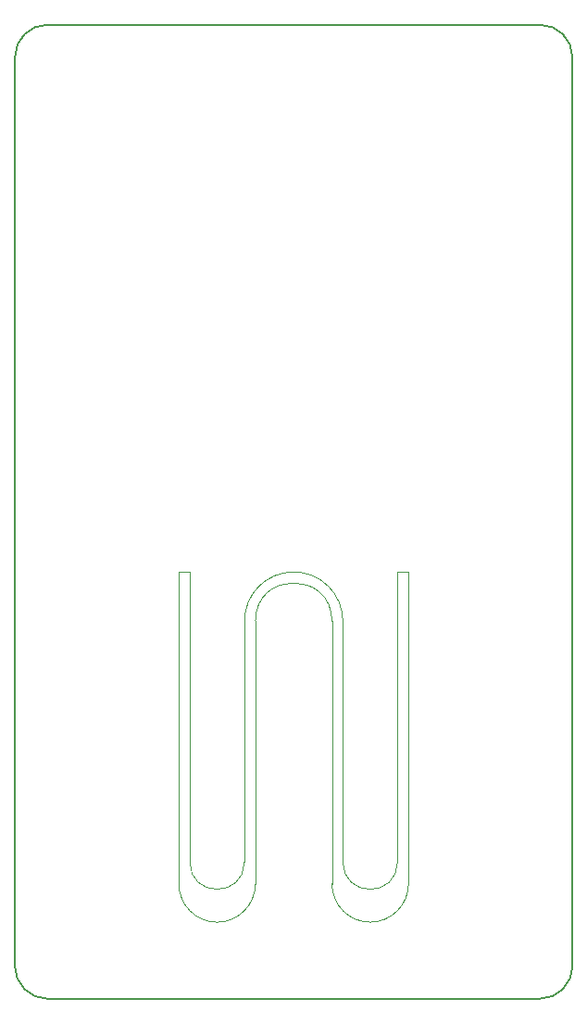
<source format=gbr>
G04 #@! TF.GenerationSoftware,KiCad,Pcbnew,(5.0.0-rc2-dev-668-g07e7340a9)*
G04 #@! TF.CreationDate,2018-12-11T17:55:09-05:00*
G04 #@! TF.ProjectId,BalancingBusinessCardLights,42616C616E63696E67427573696E6573,rev?*
G04 #@! TF.SameCoordinates,Original*
G04 #@! TF.FileFunction,Profile,NP*
%FSLAX46Y46*%
G04 Gerber Fmt 4.6, Leading zero omitted, Abs format (unit mm)*
G04 Created by KiCad (PCBNEW (5.0.0-rc2-dev-668-g07e7340a9)) date 12/11/18 17:55:09*
%MOMM*%
%LPD*%
G01*
G04 APERTURE LIST*
%ADD10C,0.150000*%
%ADD11C,0.100000*%
G04 APERTURE END LIST*
D10*
X231000000Y-136000000D02*
G75*
G02X228000000Y-139000000I-3000000J0D01*
G01*
X183000000Y-139000000D02*
G75*
G02X180000000Y-136000000I0J3000000D01*
G01*
X228000000Y-50000000D02*
G75*
G02X231000000Y-53000000I0J-3000000D01*
G01*
X180000000Y-53000000D02*
G75*
G02X183000000Y-50000000I3000000J0D01*
G01*
D11*
X201000000Y-104500000D02*
G75*
G02X205500000Y-100000000I4500000J0D01*
G01*
X209000000Y-128500000D02*
X209000000Y-104500000D01*
X215000000Y-126500000D02*
G75*
G02X210000000Y-126500000I-2500000J0D01*
G01*
X196000000Y-100000000D02*
X195000000Y-100000000D01*
X195000000Y-100000000D02*
X195000000Y-128500000D01*
X202000000Y-104500000D02*
G75*
G02X209000000Y-104500000I3500000J0D01*
G01*
X201000000Y-104500000D02*
X201000000Y-126500000D01*
X201000000Y-126500000D02*
G75*
G02X196000000Y-126500000I-2500000J0D01*
G01*
X202000000Y-128500000D02*
X202000000Y-104500000D01*
X210000000Y-104500000D02*
X210000000Y-126500000D01*
X215000000Y-126500000D02*
X215000000Y-100000000D01*
X215000000Y-100000000D02*
X216000000Y-100000000D01*
X198500000Y-132000000D02*
G75*
G02X195000000Y-128500000I0J3500000D01*
G01*
X216000000Y-100000000D02*
X216000000Y-128500000D01*
X202000000Y-128500000D02*
G75*
G02X198500000Y-132000000I-3500000J0D01*
G01*
X205500000Y-100000000D02*
G75*
G02X210000000Y-104500000I0J-4500000D01*
G01*
X216000000Y-128500000D02*
G75*
G02X212500000Y-132000000I-3500000J0D01*
G01*
X212500000Y-132000000D02*
G75*
G02X209000000Y-128500000I0J3500000D01*
G01*
X196000000Y-126500000D02*
X196000000Y-100000000D01*
D10*
X228000000Y-50000000D02*
X183000000Y-50000000D01*
X231000000Y-136000000D02*
X231000000Y-53000000D01*
X183000000Y-139000000D02*
X228000000Y-139000000D01*
X180000000Y-53000000D02*
X180000000Y-136000000D01*
M02*

</source>
